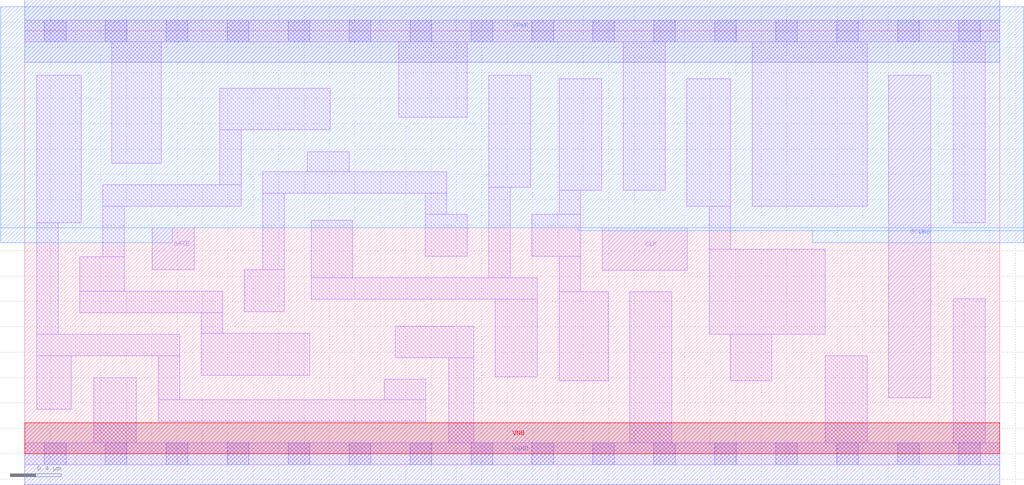
<source format=lef>
# Copyright 2020 The SkyWater PDK Authors
#
# Licensed under the Apache License, Version 2.0 (the "License");
# you may not use this file except in compliance with the License.
# You may obtain a copy of the License at
#
#     https://www.apache.org/licenses/LICENSE-2.0
#
# Unless required by applicable law or agreed to in writing, software
# distributed under the License is distributed on an "AS IS" BASIS,
# WITHOUT WARRANTIES OR CONDITIONS OF ANY KIND, either express or implied.
# See the License for the specific language governing permissions and
# limitations under the License.
#
# SPDX-License-Identifier: Apache-2.0

VERSION 5.7 ;
  NOWIREEXTENSIONATPIN ON ;
  DIVIDERCHAR "/" ;
  BUSBITCHARS "[]" ;
MACRO sky130_fd_sc_ms__dlclkp_2
  CLASS CORE ;
  FOREIGN sky130_fd_sc_ms__dlclkp_2 ;
  ORIGIN  0.000000  0.000000 ;
  SIZE  7.680000 BY  3.330000 ;
  SYMMETRY X Y ;
  SITE unit ;
  PIN GATE
    ANTENNAGATEAREA  0.276000 ;
    DIRECTION INPUT ;
    USE SIGNAL ;
    PORT
      LAYER li1 ;
        RECT 1.005000 1.450000 1.335000 1.780000 ;
    END
  END GATE
  PIN GCLK
    ANTENNADIFFAREA  0.509600 ;
    DIRECTION OUTPUT ;
    USE SIGNAL ;
    PORT
      LAYER li1 ;
        RECT 6.805000 0.440000 7.135000 2.980000 ;
    END
  END GCLK
  PIN CLK
    ANTENNAGATEAREA  0.553200 ;
    DIRECTION INPUT ;
    USE CLOCK ;
    PORT
      LAYER li1 ;
        RECT 4.550000 1.445000 5.220000 1.780000 ;
    END
  END CLK
  PIN VGND
    DIRECTION INOUT ;
    USE GROUND ;
    PORT
      LAYER met1 ;
        RECT 0.000000 -0.245000 7.680000 0.245000 ;
    END
  END VGND
  PIN VNB
    DIRECTION INOUT ;
    USE GROUND ;
    PORT
      LAYER pwell ;
        RECT 0.000000 0.000000 7.680000 0.245000 ;
    END
  END VNB
  PIN VPB
    DIRECTION INOUT ;
    USE POWER ;
    PORT
      LAYER nwell ;
        RECT -0.190000 1.660000 1.160000 1.780000 ;
        RECT -0.190000 1.780000 7.870000 3.520000 ;
        RECT  4.355000 1.755000 7.870000 1.780000 ;
        RECT  6.205000 1.660000 7.870000 1.755000 ;
    END
  END VPB
  PIN VPWR
    DIRECTION INOUT ;
    USE POWER ;
    PORT
      LAYER met1 ;
        RECT 0.000000 3.085000 7.680000 3.575000 ;
    END
  END VPWR
  OBS
    LAYER li1 ;
      RECT 0.000000 -0.085000 7.680000 0.085000 ;
      RECT 0.000000  3.245000 7.680000 3.415000 ;
      RECT 0.095000  0.350000 0.365000 0.770000 ;
      RECT 0.095000  0.770000 1.220000 0.940000 ;
      RECT 0.095000  0.940000 0.265000 1.820000 ;
      RECT 0.095000  1.820000 0.445000 2.980000 ;
      RECT 0.435000  1.110000 1.560000 1.280000 ;
      RECT 0.435000  1.280000 0.785000 1.550000 ;
      RECT 0.545000  0.085000 0.880000 0.600000 ;
      RECT 0.615000  1.550000 0.785000 1.950000 ;
      RECT 0.615000  1.950000 1.705000 2.120000 ;
      RECT 0.685000  2.290000 1.075000 3.245000 ;
      RECT 1.050000  0.255000 3.160000 0.425000 ;
      RECT 1.050000  0.425000 1.220000 0.770000 ;
      RECT 1.390000  0.620000 2.245000 0.950000 ;
      RECT 1.390000  0.950000 1.560000 1.110000 ;
      RECT 1.535000  2.120000 1.705000 2.550000 ;
      RECT 1.535000  2.550000 2.405000 2.880000 ;
      RECT 1.730000  1.120000 2.045000 1.450000 ;
      RECT 1.875000  1.450000 2.045000 2.050000 ;
      RECT 1.875000  2.050000 3.325000 2.220000 ;
      RECT 2.225000  2.220000 2.555000 2.380000 ;
      RECT 2.255000  1.215000 4.035000 1.385000 ;
      RECT 2.255000  1.385000 2.585000 1.840000 ;
      RECT 2.830000  0.425000 3.160000 0.585000 ;
      RECT 2.920000  0.755000 3.535000 1.005000 ;
      RECT 2.945000  2.650000 3.485000 3.245000 ;
      RECT 3.155000  1.555000 3.485000 1.885000 ;
      RECT 3.155000  1.885000 3.325000 2.050000 ;
      RECT 3.340000  0.085000 3.535000 0.755000 ;
      RECT 3.655000  1.385000 3.825000 2.100000 ;
      RECT 3.655000  2.100000 3.985000 2.980000 ;
      RECT 3.705000  0.605000 4.035000 1.215000 ;
      RECT 3.995000  1.555000 4.380000 1.885000 ;
      RECT 4.210000  0.575000 4.595000 1.275000 ;
      RECT 4.210000  1.275000 4.380000 1.555000 ;
      RECT 4.210000  1.885000 4.380000 2.075000 ;
      RECT 4.210000  2.075000 4.545000 2.955000 ;
      RECT 4.715000  2.075000 5.045000 3.245000 ;
      RECT 4.765000  0.085000 5.095000 1.275000 ;
      RECT 5.215000  1.950000 5.560000 2.955000 ;
      RECT 5.390000  0.940000 6.305000 1.610000 ;
      RECT 5.390000  1.610000 5.560000 1.950000 ;
      RECT 5.555000  0.575000 5.885000 0.940000 ;
      RECT 5.730000  1.950000 6.635000 3.245000 ;
      RECT 6.305000  0.085000 6.635000 0.770000 ;
      RECT 7.315000  0.085000 7.565000 1.220000 ;
      RECT 7.315000  1.820000 7.565000 3.245000 ;
    LAYER mcon ;
      RECT 0.155000 -0.085000 0.325000 0.085000 ;
      RECT 0.155000  3.245000 0.325000 3.415000 ;
      RECT 0.635000 -0.085000 0.805000 0.085000 ;
      RECT 0.635000  3.245000 0.805000 3.415000 ;
      RECT 1.115000 -0.085000 1.285000 0.085000 ;
      RECT 1.115000  3.245000 1.285000 3.415000 ;
      RECT 1.595000 -0.085000 1.765000 0.085000 ;
      RECT 1.595000  3.245000 1.765000 3.415000 ;
      RECT 2.075000 -0.085000 2.245000 0.085000 ;
      RECT 2.075000  3.245000 2.245000 3.415000 ;
      RECT 2.555000 -0.085000 2.725000 0.085000 ;
      RECT 2.555000  3.245000 2.725000 3.415000 ;
      RECT 3.035000 -0.085000 3.205000 0.085000 ;
      RECT 3.035000  3.245000 3.205000 3.415000 ;
      RECT 3.515000 -0.085000 3.685000 0.085000 ;
      RECT 3.515000  3.245000 3.685000 3.415000 ;
      RECT 3.995000 -0.085000 4.165000 0.085000 ;
      RECT 3.995000  3.245000 4.165000 3.415000 ;
      RECT 4.475000 -0.085000 4.645000 0.085000 ;
      RECT 4.475000  3.245000 4.645000 3.415000 ;
      RECT 4.955000 -0.085000 5.125000 0.085000 ;
      RECT 4.955000  3.245000 5.125000 3.415000 ;
      RECT 5.435000 -0.085000 5.605000 0.085000 ;
      RECT 5.435000  3.245000 5.605000 3.415000 ;
      RECT 5.915000 -0.085000 6.085000 0.085000 ;
      RECT 5.915000  3.245000 6.085000 3.415000 ;
      RECT 6.395000 -0.085000 6.565000 0.085000 ;
      RECT 6.395000  3.245000 6.565000 3.415000 ;
      RECT 6.875000 -0.085000 7.045000 0.085000 ;
      RECT 6.875000  3.245000 7.045000 3.415000 ;
      RECT 7.355000 -0.085000 7.525000 0.085000 ;
      RECT 7.355000  3.245000 7.525000 3.415000 ;
  END
END sky130_fd_sc_ms__dlclkp_2
END LIBRARY

</source>
